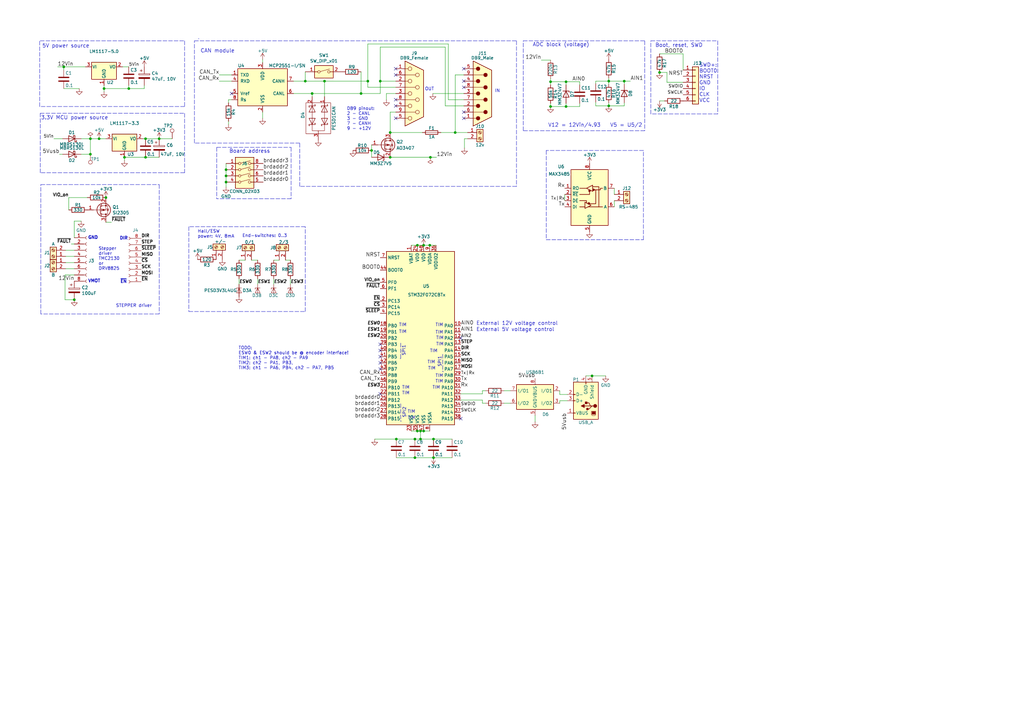
<source format=kicad_sch>
(kicad_sch (version 20231120) (generator "eeschema") (generator_version "8.0")
  (paper "A3")
  (junction (at 186.69 54.356))
  (junction (at 125.222 33.274))
  (junction (at 232.156 33.528))
  (junction (at 256.032 33.274))
  (junction (at 52.832 36.322))
  (junction (at 37.084 63.246))
  (junction (at 160.02 64.516))
  (junction (at 40.64 56.896))
  (junction (at 43.434 81.026))
  (junction (at 225.806 33.528))
  (junction (at 133.096 33.274))
  (junction (at 171.196 176.784))
  (junction (at 150.876 33.274))
  (junction (at 59.69 64.516))
  (junction (at 92.71 74.676))
  (junction (at 148.082 38.354))
  (junction (at 242.824 154.178))
  (junction (at 128.016 38.354))
  (junction (at 232.156 43.688))
  (junction (at 177.8 187.706))
  (junction (at 171.196 100.584))
  (junction (at 249.682 43.434))
  (junction (at 172.466 180.086))
  (junction (at 170.18 187.706))
  (junction (at 270.51 29.718))
  (junction (at 172.466 176.784))
  (junction (at 173.736 100.584))
  (junction (at 92.71 69.596))
  (junction (at 170.18 180.086))
  (junction (at 173.736 176.784))
  (junction (at 176.276 100.584))
  (junction (at 249.682 33.274))
  (junction (at 65.278 56.896))
  (junction (at 155.956 33.274))
  (junction (at 162.56 180.086))
  (junction (at 30.48 122.936))
  (junction (at 160.02 54.356))
  (junction (at 59.69 56.896))
  (junction (at 152.4 61.722))
  (junction (at 37.084 56.896))
  (junction (at 42.672 36.322))
  (junction (at 177.8 180.086))
  (junction (at 26.162 27.432))
  (junction (at 92.71 72.136))
  (junction (at 51.054 64.516))
  (junction (at 225.806 43.688))
  (junction (at 176.53 64.516))
  (no_connect (at -73.914 42.672))
  (no_connect (at 162.306 48.514))
  (no_connect (at -53.594 40.132))
  (no_connect (at 162.306 43.434))
  (no_connect (at -53.594 37.592))
  (no_connect (at 190.246 35.814))
  (no_connect (at 155.956 141.224))
  (no_connect (at 155.956 146.304))
  (no_connect (at -73.914 35.052))
  (no_connect (at 190.246 28.194))
  (no_connect (at 162.306 28.194))
  (no_connect (at 155.956 148.844))
  (no_connect (at 155.956 151.384))
  (no_connect (at 188.976 138.684))
  (no_connect (at 190.246 48.514))
  (no_connect (at 447.04 290.83))
  (no_connect (at -53.594 42.672))
  (no_connect (at -53.594 35.052))
  (no_connect (at 447.04 303.53))
  (no_connect (at 155.956 143.764))
  (no_connect (at 447.04 309.88))
  (no_connect (at 94.996 38.354))
  (no_connect (at -73.914 37.592))
  (no_connect (at -73.914 40.132))
  (no_connect (at 162.306 30.734))
  (no_connect (at 162.306 40.894))
  (no_connect (at 190.246 33.274))
  (no_connect (at 190.246 45.974))
  (no_connect (at 155.956 161.544))
  (no_connect (at 188.976 171.704))
  (no_connect (at 447.04 297.18))
  (wire (pts (xy 182.626 19.304) (xy 182.626 43.434)))
  (polyline (pts (xy 16.764 128.778) (xy 16.764 75.692)) (stroke (width 0) (type dash)))
  (wire (pts (xy 177.546 38.354) (xy 190.246 38.354)))
  (wire (pts (xy 107.696 45.974) (xy 107.696 48.514)))
  (polyline (pts (xy 75.692 16.764) (xy 75.692 43.688)) (stroke (width 0) (type dash)))
  (wire (pts (xy 33.274 63.246) (xy 37.084 63.246)))
  (wire (pts (xy 182.626 43.434) (xy 190.246 43.434)))
  (wire (pts (xy 280.162 28.702) (xy 280.162 22.098)))
  (wire (pts (xy 229.616 161.798) (xy 232.664 161.798)))
  (wire (pts (xy 242.824 154.178) (xy 240.284 154.178)))
  (wire (pts (xy 26.924 107.696) (xy 30.48 107.696)))
  (wire (pts (xy 270.51 22.098) (xy 280.162 22.098)))
  (wire (pts (xy 152.4 59.436) (xy 152.4 61.722)))
  (polyline (pts (xy 77.47 92.964) (xy 77.47 127.762)) (stroke (width 0) (type dash)))
  (wire (pts (xy 105.664 114.3) (xy 105.664 116.586)))
  (polyline (pts (xy 88.9 60.452) (xy 119.38 60.452)) (stroke (width 0) (type dash)))
  (wire (pts (xy 171.196 176.784) (xy 172.466 176.784)))
  (wire (pts (xy 162.306 45.974) (xy 160.02 45.974)))
  (wire (pts (xy 42.672 36.322) (xy 42.672 37.592)))
  (wire (pts (xy 249.682 42.164) (xy 249.682 43.434)))
  (wire (pts (xy 197.866 164.084) (xy 188.976 164.084)))
  (wire (pts (xy 176.276 176.784) (xy 173.736 176.784)))
  (polyline (pts (xy 266.954 46.736) (xy 266.954 16.764)) (stroke (width 0) (type dash)))
  (polyline (pts (xy 264.414 53.594) (xy 214.63 53.594)) (stroke (width 0) (type dash)))
  (wire (pts (xy 172.466 176.784) (xy 173.736 176.784)))
  (wire (pts (xy 155.956 33.274) (xy 155.956 38.354)))
  (wire (pts (xy 176.53 64.516) (xy 179.07 64.516)))
  (wire (pts (xy 172.466 180.086) (xy 177.8 180.086)))
  (wire (pts (xy 177.8 180.086) (xy 185.42 180.086)))
  (wire (pts (xy 170.18 180.086) (xy 172.466 180.086)))
  (wire (pts (xy 249.682 32.004) (xy 249.682 33.274)))
  (wire (pts (xy 45.72 91.186) (xy 43.434 91.186)))
  (wire (pts (xy 225.806 33.528) (xy 225.806 34.798)))
  (wire (pts (xy 26.67 112.776) (xy 26.67 122.936)))
  (wire (pts (xy 160.02 45.974) (xy 160.02 54.356)))
  (wire (pts (xy 251.968 82.296) (xy 251.968 84.836)))
  (wire (pts (xy 186.69 30.734) (xy 186.69 54.356)))
  (wire (pts (xy 249.682 43.434) (xy 244.348 43.434)))
  (wire (pts (xy 232.156 34.798) (xy 232.156 33.528)))
  (wire (pts (xy 171.196 100.584) (xy 173.736 100.584)))
  (wire (pts (xy 225.806 32.258) (xy 225.806 33.528)))
  (wire (pts (xy 150.876 18.034) (xy 150.876 33.274)))
  (wire (pts (xy 158.496 38.354) (xy 158.496 40.894)))
  (wire (pts (xy 128.016 39.624) (xy 128.016 38.354)))
  (polyline (pts (xy 88.9 60.452) (xy 88.9 81.534)) (stroke (width 0) (type dash)))
  (wire (pts (xy 128.016 38.354) (xy 148.082 38.354)))
  (wire (pts (xy 186.69 54.356) (xy 191.77 54.356)))
  (polyline (pts (xy 119.38 81.534) (xy 88.9 81.534)) (stroke (width 0) (type dash)))
  (polyline (pts (xy 16.51 46.482) (xy 75.692 46.482)) (stroke (width 0) (type dash)))
  (wire (pts (xy 29.21 100.076) (xy 30.48 100.076)))
  (wire (pts (xy 125.222 29.464) (xy 125.222 33.274)))
  (wire (pts (xy 231.648 82.296) (xy 231.648 79.756)))
  (wire (pts (xy 30.48 97.536) (xy 30.48 90.678)))
  (wire (pts (xy 119.126 114.3) (xy 119.126 116.586)))
  (wire (pts (xy 183.896 40.894) (xy 183.896 18.034)))
  (polyline (pts (xy 16.51 16.764) (xy 75.692 16.764)) (stroke (width 0) (type dash)))
  (polyline (pts (xy 294.386 46.736) (xy 266.954 46.736)) (stroke (width 0) (type dash)))
  (wire (pts (xy 125.222 33.274) (xy 133.096 33.274)))
  (wire (pts (xy 94.996 30.734) (xy 89.916 30.734)))
  (polyline (pts (xy 164.338 140.716) (xy 164.338 147.066)) (stroke (width 0) (type dash)))
  (wire (pts (xy 65.278 56.896) (xy 70.612 56.896)))
  (polyline (pts (xy 119.38 60.452) (xy 119.38 81.534)) (stroke (width 0) (type dash)))
  (polyline (pts (xy 224.028 61.722) (xy 224.028 98.298)) (stroke (width 0) (type dash)))
  (polyline (pts (xy 122.936 76.454) (xy 122.936 58.674)) (stroke (width 0) (type dash)))
  (wire (pts (xy 188.976 161.544) (xy 197.866 161.544)))
  (wire (pts (xy 58.674 56.896) (xy 59.69 56.896)))
  (wire (pts (xy 92.71 74.676) (xy 92.71 76.708)))
  (polyline (pts (xy 16.51 70.866) (xy 16.51 46.482)) (stroke (width 0) (type dash)))
  (wire (pts (xy 153.67 180.086) (xy 162.56 180.086)))
  (wire (pts (xy 98.044 106.68) (xy 100.584 106.68)))
  (wire (pts (xy 170.18 187.706) (xy 177.8 187.706)))
  (polyline (pts (xy 224.028 98.298) (xy 263.906 98.298)) (stroke (width 0) (type dash)))
  (wire (pts (xy 197.866 160.274) (xy 199.136 160.274)))
  (wire (pts (xy 232.156 43.688) (xy 232.156 42.418)))
  (wire (pts (xy 51.054 64.516) (xy 59.69 64.516)))
  (wire (pts (xy 251.968 77.216) (xy 251.968 79.756)))
  (wire (pts (xy 150.876 33.274) (xy 150.876 35.814)))
  (wire (pts (xy 120.396 33.274) (xy 125.222 33.274)))
  (wire (pts (xy 133.096 33.274) (xy 150.876 33.274)))
  (wire (pts (xy 65.278 56.896) (xy 59.69 56.896)))
  (wire (pts (xy 30.48 122.936) (xy 26.67 122.936)))
  (wire (pts (xy 225.806 33.528) (xy 232.156 33.528)))
  (wire (pts (xy 244.348 33.274) (xy 249.682 33.274)))
  (wire (pts (xy 93.726 42.164) (xy 93.726 40.894)))
  (polyline (pts (xy 181.61 152.4) (xy 181.864 152.4)) (stroke (width 0) (type dash)))
  (wire (pts (xy 22.098 56.896) (xy 25.654 56.896)))
  (wire (pts (xy 26.162 28.702) (xy 26.162 27.432)))
  (wire (pts (xy 25.654 63.246) (xy 24.384 63.246)))
  (wire (pts (xy 30.48 90.678) (xy 33.274 90.678)))
  (wire (pts (xy 112.268 114.3) (xy 112.268 116.586)))
  (wire (pts (xy 225.806 43.688) (xy 232.156 43.688)))
  (wire (pts (xy 30.48 105.156) (xy 26.924 105.156)))
  (wire (pts (xy 273.558 33.782) (xy 273.558 29.718)))
  (wire (pts (xy 229.616 164.338) (xy 232.664 164.338)))
  (wire (pts (xy 133.096 39.624) (xy 133.096 33.274)))
  (wire (pts (xy 229.616 160.274) (xy 229.616 161.798)))
  (wire (pts (xy 59.182 36.322) (xy 59.182 35.052)))
  (wire (pts (xy 229.616 164.338) (xy 229.616 165.354)))
  (wire (pts (xy 26.924 102.616) (xy 30.48 102.616)))
  (wire (pts (xy 221.996 24.638) (xy 225.806 24.638)))
  (wire (pts (xy 148.082 29.464) (xy 148.082 38.354)))
  (polyline (pts (xy 266.954 16.764) (xy 294.386 16.764)) (stroke (width 0) (type dash)))
  (wire (pts (xy 168.656 100.584) (xy 171.196 100.584)))
  (wire (pts (xy 256.032 33.274) (xy 258.572 33.274)))
  (wire (pts (xy 42.672 35.052) (xy 42.672 36.322)))
  (wire (pts (xy 152.4 61.722) (xy 152.4 64.516)))
  (polyline (pts (xy 263.906 98.298) (xy 263.906 61.722)) (stroke (width 0) (type dash)))
  (wire (pts (xy 173.736 100.584) (xy 176.276 100.584)))
  (wire (pts (xy 190.5 56.896) (xy 191.77 56.896)))
  (wire (pts (xy 65.278 64.516) (xy 59.69 64.516)))
  (polyline (pts (xy 79.756 16.764) (xy 211.836 16.764)) (stroke (width 0) (type dash)))
  (wire (pts (xy 92.71 72.136) (xy 92.71 74.676)))
  (wire (pts (xy 190.5 60.706) (xy 190.5 56.896)))
  (polyline (pts (xy 16.764 75.692) (xy 65.278 75.692)) (stroke (width 0) (type dash)))
  (polyline (pts (xy 214.63 16.764) (xy 264.414 16.764)) (stroke (width 0) (type dash)))
  (wire (pts (xy 190.246 40.894) (xy 183.896 40.894)))
  (wire (pts (xy 33.274 56.896) (xy 37.084 56.896)))
  (wire (pts (xy 98.044 114.3) (xy 98.044 116.586)))
  (wire (pts (xy 177.8 187.706) (xy 185.42 187.706)))
  (polyline (pts (xy 122.936 58.674) (xy 79.756 58.674)) (stroke (width 0) (type dash)))
  (wire (pts (xy 107.696 24.384) (xy 107.696 25.654)))
  (wire (pts (xy 52.832 36.322) (xy 59.182 36.322)))
  (wire (pts (xy 51.054 65.786) (xy 51.054 64.516)))
  (wire (pts (xy 26.162 36.322) (xy 32.512 36.322)))
  (wire (pts (xy 155.956 19.304) (xy 182.626 19.304)))
  (wire (pts (xy 256.032 43.434) (xy 256.032 42.164)))
  (wire (pts (xy 273.558 29.718) (xy 270.51 29.718)))
  (wire (pts (xy 209.296 165.354) (xy 206.756 165.354)))
  (wire (pts (xy 52.832 36.322) (xy 52.832 35.052)))
  (wire (pts (xy 120.396 38.354) (xy 128.016 38.354)))
  (polyline (pts (xy 164.338 172.72) (xy 164.592 172.72)) (stroke (width 0) (type dash)))
  (wire (pts (xy 249.682 33.274) (xy 249.682 34.544)))
  (wire (pts (xy 26.162 27.432) (xy 35.052 27.432)))
  (wire (pts (xy 219.456 172.974) (xy 219.456 170.434)))
  (wire (pts (xy 93.726 51.054) (xy 93.726 49.784)))
  (polyline (pts (xy 164.338 147.066) (xy 164.084 147.066)) (stroke (width 0) (type dash)))
  (wire (pts (xy 155.956 19.304) (xy 155.956 33.274)))
  (polyline (pts (xy 264.414 16.764) (xy 264.414 53.594)) (stroke (width 0) (type dash)))
  (wire (pts (xy 93.726 40.894) (xy 94.996 40.894)))
  (wire (pts (xy 30.48 110.236) (xy 26.924 110.236)))
  (polyline (pts (xy 125.222 92.964) (xy 77.47 92.964)) (stroke (width 0) (type dash)))
  (polyline (pts (xy 211.836 16.764) (xy 211.836 76.454)) (stroke (width 0) (type dash)))
  (wire (pts (xy 244.348 34.29) (xy 244.348 33.274)))
  (polyline (pts (xy 294.386 16.764) (xy 294.386 46.736)) (stroke (width 0) (type dash)))
  (wire (pts (xy 183.896 18.034) (xy 150.876 18.034)))
  (wire (pts (xy 42.672 36.322) (xy 52.832 36.322)))
  (wire (pts (xy 28.194 81.026) (xy 35.814 81.026)))
  (wire (pts (xy 103.124 106.68) (xy 105.664 106.68)))
  (polyline (pts (xy 65.278 75.692) (xy 65.278 128.778)) (stroke (width 0) (type dash)))
  (wire (pts (xy 244.348 41.91) (xy 244.348 43.434)))
  (polyline (pts (xy 65.278 128.778) (xy 16.764 128.778)) (stroke (width 0) (type dash)))
  (polyline (pts (xy 211.836 76.454) (xy 122.936 76.454)) (stroke (width 0) (type dash)))
  (wire (pts (xy 50.292 27.432) (xy 52.832 27.432)))
  (polyline (pts (xy 75.692 46.482) (xy 75.692 70.866)) (stroke (width 0) (type dash)))
  (wire (pts (xy 180.848 54.356) (xy 186.69 54.356)))
  (polyline (pts (xy 79.756 58.674) (xy 79.756 16.764)) (stroke (width 0) (type dash)))
  (wire (pts (xy 173.228 54.356) (xy 160.02 54.356)))
  (wire (pts (xy 249.682 33.274) (xy 256.032 33.274)))
  (wire (pts (xy 114.554 106.68) (xy 112.268 106.68)))
  (wire (pts (xy 37.084 63.246) (xy 37.084 56.896)))
  (wire (pts (xy 160.02 64.516) (xy 176.53 64.516)))
  (wire (pts (xy 172.466 176.784) (xy 172.466 180.086)))
  (wire (pts (xy 206.756 160.274) (xy 209.296 160.274)))
  (polyline (pts (xy 75.692 70.866) (xy 16.51 70.866)) (stroke (width 0) (type dash)))
  (wire (pts (xy 117.094 106.68) (xy 119.126 106.68)))
  (wire (pts (xy 162.306 38.354) (xy 158.496 38.354)))
  (wire (pts (xy 197.866 165.354) (xy 197.866 164.084)))
  (wire (pts (xy 232.156 43.688) (xy 237.744 43.688)))
  (wire (pts (xy 237.744 43.688) (xy 237.744 42.418)))
  (wire (pts (xy 280.162 33.782) (xy 273.558 33.782)))
  (wire (pts (xy 225.806 42.418) (xy 225.806 43.688)))
  (polyline (pts (xy 81.534 15.748) (xy 81.534 16.002)) (stroke (width 0) (type dash)))
  (polyline (pts (xy 181.61 145.288) (xy 181.61 152.4)) (stroke (width 0) (type dash)))
  (polyline (pts (xy 214.63 53.594) (xy 214.63 16.764)) (stroke (width 0) (type dash)))
  (wire (pts (xy 256.032 34.544) (xy 256.032 33.274)))
  (polyline (pts (xy 125.222 127.762) (xy 125.222 92.964)) (stroke (width 0) (type dash)))
  (wire (pts (xy 248.412 154.178) (xy 242.824 154.178)))
  (wire (pts (xy 270.51 41.402) (xy 272.542 41.402)))
  (wire (pts (xy 162.56 187.706) (xy 170.18 187.706)))
  (wire (pts (xy 186.69 30.734) (xy 190.246 30.734)))
  (wire (pts (xy 232.156 33.528) (xy 237.744 33.528)))
  (wire (pts (xy 197.866 161.544) (xy 197.866 160.274)))
  (polyline (pts (xy 16.256 43.688) (xy 16.256 16.764)) (stroke (width 0) (type dash)))
  (wire (pts (xy 150.876 35.814) (xy 162.306 35.814)))
  (wire (pts (xy 37.084 56.896) (xy 40.64 56.896)))
  (wire (pts (xy 176.276 100.584) (xy 178.816 100.584)))
  (wire (pts (xy 92.71 69.596) (xy 92.71 72.136)))
  (wire (pts (xy 249.682 43.434) (xy 256.032 43.434)))
  (wire (pts (xy 237.744 34.798) (xy 237.744 33.528)))
  (wire (pts (xy 199.136 165.354) (xy 197.866 165.354)))
  (polyline (pts (xy 164.338 165.608) (xy 164.338 172.72)) (stroke (width 0) (type dash)))
  (wire (pts (xy 30.48 112.776) (xy 26.67 112.776)))
  (wire (pts (xy 155.956 33.274) (xy 162.306 33.274)))
  (wire (pts (xy 168.656 176.784) (xy 171.196 176.784)))
  (wire (pts (xy 23.622 27.432) (xy 26.162 27.432)))
  (wire (pts (xy 162.56 180.086) (xy 170.18 180.086)))
  (wire (pts (xy 94.996 33.274) (xy 89.916 33.274)))
  (wire (pts (xy 92.71 67.056) (xy 92.71 69.596)))
  (wire (pts (xy 28.194 86.106) (xy 28.194 81.026)))
  (polyline (pts (xy 75.692 43.688) (xy 16.256 43.688)) (stroke (width 0) (type dash)))
  (polyline (pts (xy 263.906 61.722) (xy 224.028 61.722)) (stroke (width 0) (type dash)))
  (wire (pts (xy 40.64 56.896) (xy 43.434 56.896)))
  (wire (pts (xy 148.082 38.354) (xy 155.956 38.354)))
  (polyline (pts (xy 77.47 127.762) (xy 125.222 127.762)) (stroke (width 0) (type dash)))
  (text "TIM" (at 178.816 139.446 0) (effects (font (size 1.27 1.27)) (justify left bottom)))
  (text "TIM" (at 178.562 157.226 0) (effects (font (size 1.27 1.27)) (justify left bottom)))
  (text "TIM" (at 175.26 149.352 0) (effects (font (size 1.27 1.27)) (justify left bottom)))
  (text "Hall/ESW\npower: 4V, 8mA" (at 81.026 97.79 0) (effects (font (size 1.27 1.27)) (justify left bottom)))
  (text "CAN module" (at 96.266 21.844 0) (effects (font (size 1.524 1.524)) (justify right bottom)))
  (text "TIM" (at 178.562 137.16 0) (effects (font (size 1.27 1.27)) (justify left bottom)))
  (text "End-switches: 0..3" (at 99.314 97.536 0) (effects (font (size 1.27 1.27)) (justify left bottom)))
  (text "IN" (at 202.946 38.1 0) (effects (font (size 1.27 1.27)) (justify left bottom)))
  (text "TIM" (at 177.292 159.766 0) (effects (font (size 1.27 1.27)) (justify left bottom)))
  (text "5V power source" (at 17.272 19.812 0) (effects (font (size 1.524 1.524)) (justify left bottom)))
  (text "TIM" (at 167.132 172.212 0) (effects (font (size 1.27 1.27)) (justify left bottom)))
  (text "Need isolated DC-DC" (at -73.66 47.244 0) (effects (font (size 1.27 1.27)) (justify left bottom)))
  (text "OUT" (at 174.244 37.338 0) (effects (font (size 1.27 1.27)) (justify left bottom)))
  (text "TIM" (at 175.514 151.892 0) (effects (font (size 1.27 1.27)) (justify left bottom)))
  (text "GND" (at 36.068 98.298 0) (effects (font (size 1.27 1.27) (thickness 0.254) (bold yes)) (justify left bottom)))
  (text "External 5V voltage control" (at 195.326 136.144 0) (effects (font (size 1.524 1.524)) (justify left bottom)))
  (text "TIM" (at 163.576 134.112 0) (effects (font (size 1.27 1.27)) (justify left bottom)))
  (text "Boot, reset, SWD" (at 268.732 19.558 0) (effects (font (size 1.524 1.524)) (justify left bottom)))
  (text "SPI2" (at 166.624 171.45 90) (effects (font (size 1.27 1.27)) (justify left bottom)))
  (text "TIM" (at 167.132 169.672 0) (effects (font (size 1.27 1.27)) (justify left bottom)))
  (text "TIM" (at 178.816 141.986 0) (effects (font (size 1.27 1.27)) (justify left bottom)))
  (text "TIM" (at 164.846 159.766 0) (effects (font (size 1.27 1.27)) (justify left bottom)))
  (text "Board address" (at 93.98 62.992 0) (effects (font (size 1.524 1.524)) (justify left bottom)))
  (text "TIM" (at 176.276 144.78 0) (effects (font (size 1.27 1.27)) (justify left bottom)))
  (text "Stepper\ndriver\nTMC2130\nor\nDRV8825" (at 40.386 110.998 0) (effects (font (size 1.27 1.27)) (justify left bottom)))
  (text "ADC block (voltage)" (at 218.44 19.304 0) (effects (font (size 1.524 1.524)) (justify left bottom)))
  (text "DIR" (at 49.022 98.552 0) (effects (font (size 1.27 1.27) (thickness 0.254) (bold yes)) (justify left bottom)))
  (text "TIM" (at 163.576 136.906 0) (effects (font (size 1.27 1.27)) (justify left bottom)))
  (text "SPI1" (at 166.37 146.05 90) (effects (font (size 1.27 1.27)) (justify left bottom)))
  (text "~{EN}" (at 49.276 116.332 0) (effects (font (size 1.27 1.27) (thickness 0.254) (bold yes)) (justify left bottom)))
  (text "STEPPER driver" (at 47.498 126.238 0) (effects (font (size 1.27 1.27)) (justify left bottom)))
  (text "V12 = 12Vin/4.93" (at 224.79 52.324 0) (effects (font (size 1.524 1.524)) (justify left bottom)))
  (text "TIM" (at 178.562 134.112 0) (effects (font (size 1.27 1.27)) (justify left bottom)))
  (text "DB9 pinout:\n2 - CANL\n3 - GND\n7 - CANH\n9 - +12V" (at 142.24 53.594 0) (effects (font (size 1.27 1.27)) (justify left bottom)))
  (text "TODO:\nESW0 & ESW2 should be @ encoder interface!\nTIM1: ch1 - PA8, ch2 - PA9\nTIM2: ch2 - PA1, PB3, \nTIM3: ch1 - PA6, PB4, ch2 - PA7, PB5" (at 97.79 151.765 0) (effects (font (size 1.27 1.27)) (justify left bottom)))
  (text "External 12V voltage control" (at 195.326 133.604 0) (effects (font (size 1.524 1.524)) (justify left bottom)))
  (text "V5 = U5/2" (at 250.19 52.324 0) (effects (font (size 1.524 1.524)) (justify left bottom)))
  (text "TIM" (at 178.562 154.94 0) (effects (font (size 1.27 1.27)) (justify left bottom)))
  (text "TIM" (at 164.846 162.052 0) (effects (font (size 1.27 1.27)) (justify left bottom)))
  (text "SPI1" (at 181.102 150.622 90) (effects (font (size 1.27 1.27)) (justify left bottom)))
  (text "3.3V MCU power source" (at 16.764 49.276 0) (effects (font (size 1.524 1.524)) (justify left bottom)))
  (text "SWD+:\nBOOT0\nNRST\nGND\nIO\nCLK\nVCC" (at 286.766 42.164 0) (effects (font (size 1.4986 1.4986)) (justify left bottom)))
  (text "VMOT" (at 36.068 116.078 0) (effects (font (size 1.27 1.27) (thickness 0.254) (bold yes)) (justify left bottom)))
  (label "BOOT0" (at 155.956 110.744 180) (effects (font (size 1.524 1.524))))
  (label "brdaddr1" (at 107.95 72.136 0) (effects (font (size 1.524 1.524))))
  (label "DIR" (at 188.976 143.764 0) (effects (font (thickness 0.254) (bold yes))))
  (label "brdaddr3" (at 155.956 171.704 180) (effects (font (size 1.524 1.524))))
  (label "VIO_on" (at 155.956 115.824 180) (effects (font (thickness 0.254) (bold yes))))
  (label "brdaddr3" (at 107.95 67.056 0) (effects (font (size 1.524 1.524))))
  (label "DIR" (at 57.912 97.79 0) (effects (font (thickness 0.254) (bold yes))))
  (label "CAN_Rx" (at 89.916 33.274 180) (effects (font (size 1.524 1.524))))
  (label "AIN2" (at 188.976 138.684 0))
  (label "STEP" (at 188.976 141.224 0) (effects (font (thickness 0.254) (bold yes))))
  (label "MOSI" (at 57.912 113.03 0) (effects (font (thickness 0.254) (bold yes))))
  (label "AIN1" (at 188.976 136.144 0) (effects (font (size 1.524 1.524))))
  (label "MOSI" (at 188.976 151.384 0) (effects (font (thickness 0.254) (bold yes))))
  (label "ESW0" (at 98.044 116.586 0) (effects (font (thickness 0.254) (bold yes) (italic yes))))
  (label "ESW1" (at 105.664 116.586 0) (effects (font (thickness 0.254) (bold yes) (italic yes))))
  (label "~{FAULT}" (at 155.956 118.364 180) (effects (font (thickness 0.254) (bold yes))))
  (label "12Vin" (at 30.48 115.316 180) (effects (font (size 1.524 1.524))))
  (label "5Vusb" (at 232.664 169.418 270) (effects (font (size 1.524 1.524))))
  (label "SCK" (at 57.912 110.49 0) (effects (font (thickness 0.254) (bold yes))))
  (label "brdaddr0" (at 107.95 74.676 0) (effects (font (size 1.524 1.524))))
  (label "~{EN}" (at 155.956 123.444 180) (effects (font (thickness 0.254) (bold yes))))
  (label "ESW3" (at 119.126 116.586 0) (effects (font (thickness 0.254) (bold yes) (italic yes))))
  (label "12Vin" (at 23.622 27.432 0) (effects (font (size 1.524 1.524))))
  (label "AIN0" (at 234.696 33.528 0) (effects (font (size 1.524 1.524))))
  (label "SWDIO" (at 188.976 166.624 0))
  (label "Rx" (at 231.648 77.216 180) (effects (font (size 1.524 1.524))))
  (label "SWCLK" (at 280.162 38.862 180))
  (label "Tx|Rx" (at 188.976 153.924 0))
  (label "12Vin" (at 221.996 24.638 180) (effects (font (size 1.524 1.524))))
  (label "ESW2" (at 112.268 116.586 0) (effects (font (thickness 0.254) (bold yes) (italic yes))))
  (label "STEP" (at 57.912 100.33 0) (effects (font (thickness 0.254) (bold yes))))
  (label "~{FAULT}" (at 29.21 100.076 180) (effects (font (thickness 0.254) (bold yes))))
  (label "~{SLEEP}" (at 155.956 128.524 180) (effects (font (thickness 0.254) (bold yes))))
  (label "CAN_Tx" (at 89.916 30.734 180) (effects (font (size 1.524 1.524))))
  (label "5Vin" (at 22.098 56.896 180))
  (label "brdaddr1" (at 155.956 166.624 180) (effects (font (size 1.524 1.524))))
  (label "AIN1" (at 258.572 33.274 0) (effects (font (size 1.524 1.524))))
  (label "ESW3" (at 155.956 159.004 180) (effects (font (thickness 0.254) (bold yes) (italic yes))))
  (label "SWDIO" (at 280.162 36.322 180))
  (label "brdaddr2" (at 107.95 69.596 0) (effects (font (size 1.524 1.524))))
  (label "SCK" (at 188.976 146.304 0) (effects (font (thickness 0.254) (bold yes))))
  (label "Rx" (at 188.976 159.004 0) (effects (font (size 1.524 1.524))))
  (label "brdaddr2" (at 155.956 169.164 180) (effects (font (size 1.524 1.524))))
  (label "CAN_Tx" (at 155.956 156.464 180) (effects (font (size 1.524 1.524))))
  (label "AIN0" (at 188.976 133.604 0) (effects (font (size 1.524 1.524))))
  (label "~{FAULT}" (at 45.72 91.186 0) (effects (font (thickness 0.254) (bold yes))))
  (label "Tx" (at 188.976 156.464 0) (effects (font (size 1.524 1.524))))
  (label "NRST" (at 280.162 31.242 180) (effects (font (size 1.524 1.524))))
  (label "MISO" (at 57.912 105.41 0) (effects (font (thickness 0.254) (bold yes))))
  (label "12Vin" (at 179.07 64.516 0) (effects (font (size 1.524 1.524))))
  (label "5Vin" (at 52.832 27.432 0))
  (label "5Vusb" (at 219.456 155.194 180) (effects (font (size 1.524 1.524))))
  (label "BOOT0" (at 280.162 22.098 180) (effects (font (size 1.524 1.524))))
  (label "SWCLK" (at 188.976 169.164 0))
  (label "Tx" (at 231.648 84.836 180) (effects (font (size 1.524 1.524))))
  (label "Tx|Rx" (at 231.648 82.296 180))
  (label "VIO_on" (at 28.194 81.026 180) (effects (font (thickness 0.254) (bold yes))))
  (label "5Vusb" (at 24.384 63.246 180) (effects (font (size 1.524 1.524))))
  (label "NRST" (at 155.956 105.664 180) (effects (font (size 1.524 1.524))))
  (label "ESW2" (at 155.956 138.684 180) (effects (font (thickness 0.254) (bold yes) (italic yes))))
  (label "~{CS}" (at 57.912 107.95 0) (effects (font (thickness 0.254) (bold yes))))
  (label "MISO" (at 188.976 148.844 0) (effects (font (thickness 0.254) (bold yes))))
  (label "brdaddr0" (at 155.956 164.084 180) (effects (font (size 1.524 1.524))))
  (label "ESW0" (at 155.956 133.604 180) (effects (font (thickness 0.254) (bold yes) (italic yes))))
  (label "~{CS}" (at 155.956 125.984 180) (effects (font (thickness 0.254) (bold yes))))
  (label "~{EN}" (at 57.912 115.57 0) (effects (font (thickness 0.254) (bold yes))))
  (label "ESW1" (at 155.956 136.144 180) (effects (font (thickness 0.254) (bold yes) (italic yes))))
  (label "CAN_Rx" (at 155.956 153.924 180) (effects (font (size 1.524 1.524))))
  (label "~{SLEEP}" (at 57.912 102.87 0) (effects (font (thickness 0.254) (bold yes))))
  (symbol (lib_id "Device:C") (at 162.56 183.896 0) (unit 1)
    (property "Reference" "C7" (at 163.195 181.356 0) (effects (justify left)))
    (property "Value" "0.1" (at 163.195 186.436 0) (effects (justify left)))
    (property "Footprint" "Capacitor_SMD:C_0603_1608Metric_Pad1.05x0.95mm_HandSolder" (effects (hide yes)))
  )
  (symbol (lib_id "stm32-rescue:LM1117-3.3-Regulator_Linear") (at 51.054 56.896 0) (unit 1)
    (property "Reference" "U3" (at 53.594 63.246 0))
    (property "Value" "LM1117-3.3" (at 51.054 50.546 0))
    (property "Footprint" "TO_SOT_Packages_SMD:SOT-223-3_TabPin2" (effects (hide yes)))
  )
  (symbol (lib_id "stm32-rescue:MCP2551-I-SN-Interface_CAN_LIN") (at 107.696 35.814 0) (unit 1)
    (property "Reference" "U4" (at 97.536 26.924 0) (effects (justify left)))
    (property "Value" "MCP2551-I/SN" (at 110.236 26.924 0) (effects (justify left)))
    (property "Footprint" "Package_SO:SOIC-8_3.9x4.9mm_P1.27mm" (effects (hide yes)))
  )
  (symbol (lib_id "stm32-rescue:USB_B-Connector") (at 240.284 164.338 180) (unit 1)
    (property "Reference" "P1" (at 236.22 155.702 0))
    (property "Value" "USB_A" (at 240.284 173.228 0))
    (property "Footprint" "Connectors_USB:USB_B_OST_USB-B1HSxx_Horizontal" (effects (hide yes)))
  )
  (symbol (lib_id "stm32-rescue:GND-power") (at 32.512 36.322 0) (unit 1)
    (property "Reference" "#PWR03" (effects (hide yes)))
    (property "Value" "GND" (effects (hide yes)))
  )
  (symbol (lib_id "stm32-rescue:GND-power") (at 51.054 65.786 0) (unit 1)
    (property "Reference" "#PWR07" (effects (hide yes)))
    (property "Value" "GND" (effects (hide yes)))
  )
  (symbol (lib_id "stm32-rescue:+3.3V-power") (at 65.278 56.896 0) (unit 1)
    (property "Reference" "#PWR08" (effects (hide yes)))
    (property "Value" "+3V3" (at 65.278 53.34 0))
  )
  (symbol (lib_id "elements:PESD1CAN") (at 133.096 47.244 270) (unit 1)
    (property "Reference" "D4" (at 124.206 47.244 0))
    (property "Value" "PESD1CAN" (at 136.906 48.514 0))
    (property "Footprint" "TO_SOT_Packages_SMD:SOT-23_Handsoldering" (effects (hide yes)))
  )
  (symbol (lib_id "stm32-rescue:GND-power") (at 130.556 57.404 0) (unit 1)
    (property "Reference" "#PWR017" (effects (hide yes)))
    (property "Value" "GND" (effects (hide yes)))
  )
  (symbol (lib_id "stm32-rescue:+5V-power") (at 107.696 24.384 0) (unit 1)
    (property "Reference" "#PWR015" (effects (hide yes)))
    (property "Value" "+5V" (at 107.696 20.828 0))
  )
  (symbol (lib_id "Device:R") (at 93.726 45.974 0) (unit 1)
    (property "Reference" "R4" (at 95.758 45.974 90))
    (property "Value" "15k" (at 93.726 45.974 90))
    (property "Footprint" "Resistor_SMD:R_0603_1608Metric_Pad1.05x0.95mm_HandSolder" (effects (hide yes)))
  )
  (symbol (lib_id "stm32-rescue:GND-power") (at 107.696 48.514 0) (unit 1)
    (property "Reference" "#PWR016" (effects (hide yes)))
    (property "Value" "GND" (effects (hide yes)))
  )
  (symbol (lib_id "stm32-rescue:GND-power") (at 93.726 51.054 0) (unit 1)
    (property "Reference" "#PWR013" (effects (hide yes)))
    (property "Value" "GND" (effects (hide yes)))
  )
  (symbol (lib_id "Device:R") (at 144.272 29.464 90) (unit 1)
    (property "Reference" "R9" (at 144.272 27.432 90))
    (property "Value" "120" (at 144.272 29.464 90))
    (property "Footprint" "Resistor_SMD:R_0603_1608Metric_Pad1.05x0.95mm_HandSolder" (effects (hide yes)))
  )
  (symbol (lib_id "Device:C") (at 170.18 183.896 0) (unit 1)
    (property "Reference" "C8" (at 170.815 181.356 0) (effects (justify left)))
    (property "Value" "0.1" (at 170.815 186.436 0) (effects (justify left)))
    (property "Footprint" "Capacitor_SMD:C_0603_1608Metric_Pad1.05x0.95mm_HandSolder" (effects (hide yes)))
  )
  (symbol (lib_id "Device:C") (at 177.8 183.896 0) (unit 1)
    (property "Reference" "C9" (at 178.435 181.356 0) (effects (justify left)))
    (property "Value" "0.1" (at 178.435 186.436 0) (effects (justify left)))
    (property "Footprint" "Capacitor_SMD:C_0603_1608Metric_Pad1.05x0.95mm_HandSolder" (effects (hide yes)))
  )
  (symbol (lib_id "stm32-rescue:USB6B1-Power_Protection") (at 219.456 162.814 0) (mirror y) (unit 1)
    (property "Reference" "D6" (at 223.774 169.926 0))
    (property "Value" "USB6B1" (at 219.456 152.654 0))
    (property "Footprint" "Package_SO:SOIC-8_3.9x4.9mm_P1.27mm" (effects (hide yes)))
  )
  (symbol (lib_id "stm32-rescue:GND-power") (at 270.51 29.718 0) (unit 1)
    (property "Reference" "#PWR032" (effects (hide yes)))
    (property "Value" "GND" (effects (hide yes)))
  )
  (symbol (lib_id "stm32-rescue:+3.3V-power") (at 177.8 187.706 180) (unit 1)
    (property "Reference" "#PWR023" (effects (hide yes)))
    (property "Value" "+3V3" (at 177.8 191.262 0))
  )
  (symbol (lib_id "stm32-rescue:GND-power") (at 153.67 180.086 0) (unit 1)
    (property "Reference" "#PWR019" (effects (hide yes)))
    (property "Value" "GND" (effects (hide yes)))
  )
  (symbol (lib_id "Device:R") (at 225.806 28.448 0) (unit 1)
    (property "Reference" "R13" (at 227.838 28.448 90))
    (property "Value" "220k" (at 225.806 28.448 90))
    (property "Footprint" "Resistor_SMD:R_0603_1608Metric_Pad1.05x0.95mm_HandSolder" (effects (hide yes)))
  )
  (symbol (lib_id "Device:R") (at 225.806 38.608 0) (unit 1)
    (property "Reference" "R14" (at 227.838 38.608 90))
    (property "Value" "56k" (at 225.806 38.608 90))
    (property "Footprint" "Resistor_SMD:R_0603_1608Metric_Pad1.05x0.95mm_HandSolder" (effects (hide yes)))
  )
  (symbol (lib_id "Device:R") (at 249.682 28.194 0) (unit 1)
    (property "Reference" "R15" (at 251.714 28.194 90))
    (property "Value" "47k" (at 249.682 28.194 90))
    (property "Footprint" "Resistor_SMD:R_0603_1608Metric_Pad1.05x0.95mm_HandSolder" (effects (hide yes)))
  )
  (symbol (lib_id "Device:R") (at 249.682 38.354 0) (unit 1)
    (property "Reference" "R16" (at 251.714 38.354 90))
    (property "Value" "47k" (at 249.682 38.354 90))
    (property "Footprint" "Resistor_SMD:R_0603_1608Metric_Pad1.05x0.95mm_HandSolder" (effects (hide yes)))
  )
  (symbol (lib_id "stm32-rescue:GND-power") (at 219.456 172.974 0) (unit 1)
    (property "Reference" "#PWR025" (effects (hide yes)))
    (property "Value" "GND" (effects (hide yes)))
  )
  (symbol (lib_id "stm32-rescue:GND-power") (at 225.806 43.688 0) (unit 1)
    (property "Reference" "#PWR026" (effects (hide yes)))
    (property "Value" "GND" (effects (hide yes)))
  )
  (symbol (lib_id "stm32-rescue:GND-power") (at 249.682 43.434 0) (unit 1)
    (property "Reference" "#PWR031" (effects (hide yes)))
    (property "Value" "GND" (effects (hide yes)))
  )
  (symbol (lib_id "Device:C") (at 185.42 183.896 0) (unit 1)
    (property "Reference" "C10" (at 186.055 181.356 0) (effects (justify left)))
    (property "Value" "0.1" (at 186.055 186.436 0) (effects (justify left)))
    (property "Footprint" "Capacitor_SMD:C_0603_1608Metric_Pad1.05x0.95mm_HandSolder" (effects (hide yes)))
  )
  (symbol (lib_id "stm32-rescue:PWR_FLAG-power") (at 176.53 64.516 180) (unit 1)
    (property "Reference" "#FLG01" (effects (hide yes)))
    (property "Value" "PWR_FLAG" (effects (hide yes)))
  )
  (symbol (lib_id "stm32-rescue:GND-power") (at 248.412 154.178 0) (unit 1)
    (property "Reference" "#PWR029" (effects (hide yes)))
    (property "Value" "GND" (at 248.412 157.988 0))
  )
  (symbol (lib_id "Device:R") (at 270.51 25.908 0) (unit 1)
    (property "Reference" "R17" (at 272.542 25.908 90))
    (property "Value" "47k" (at 270.51 25.908 90))
    (property "Footprint" "Resistor_SMD:R_0603_1608Metric_Pad1.05x0.95mm_HandSolder" (effects (hide yes)))
  )
  (symbol (lib_id "Device:Q_PMOS_GSD") (at 157.48 59.436 0) (unit 1)
    (property "Reference" "Q2" (at 162.56 58.166 0) (effects (justify left)))
    (property "Value" "AO3407" (at 162.56 60.706 0) (effects (justify left)))
    (property "Footprint" "TO_SOT_Packages_SMD:SOT-23_Handsoldering" (effects (hide yes)))
  )
  (symbol (lib_id "stm32-rescue:Conn_01x01-Connector_Generic") (at 452.12 290.83 0) (unit 1)
    (property "Reference" "P2" (at 452.12 288.29 0))
    (property "Value" "Hole" (at 454.66 290.83 90))
    (property "Footprint" "MountingHole:MountingHole_3.2mm_M3" (effects (hide yes)))
  )
  (symbol (lib_id "stm32-rescue:Conn_01x01-Connector_Generic") (at 452.12 297.18 0) (unit 1)
    (property "Reference" "P3" (at 452.12 294.64 0))
    (property "Value" "Hole" (at 454.66 297.18 90))
    (property "Footprint" "MountingHole:MountingHole_3.2mm_M3" (effects (hide yes)))
  )
  (symbol (lib_id "stm32-rescue:Conn_01x01-Connector_Generic") (at 452.12 303.53 0) (unit 1)
    (property "Reference" "P4" (at 452.12 300.99 0))
    (property "Value" "Hole" (at 454.66 303.53 90))
    (property "Footprint" "MountingHole:MountingHole_3.2mm_M3" (effects (hide yes)))
  )
  (symbol (lib_id "stm32-rescue:Conn_01x01-Connector_Generic") (at 452.12 309.88 0) (unit 1)
    (property "Reference" "P5" (at 452.12 307.34 0))
    (property "Value" "Hole" (at 454.66 309.88 90))
    (property "Footprint" "MountingHole:MountingHole_3.2mm_M3" (effects (hide yes)))
  )
  (symbol (lib_id "Device:C") (at 26.162 32.512 0) (unit 1)
    (property "Reference" "C1" (at 26.797 29.972 0) (effects (justify left)))
    (property "Value" "0.1" (at 26.797 35.052 0) (effects (justify left)))
    (property "Footprint" "Capacitor_SMD:C_0603_1608Metric_Pad1.05x0.95mm_HandSolder" (effects (hide yes)))
  )
  (symbol (lib_id "Device:D_Zener") (at 232.156 38.608 270) (unit 1)
    (property "Reference" "D7" (at 234.696 38.608 0))
    (property "Value" "MM3Z4V7" (at 229.616 38.608 0))
    (property "Footprint" "Diode_SMD:D_0805_2012Metric_Pad1.15x1.40mm_HandSolder" (effects (hide yes)))
  )
  (symbol (lib_id "Device:R") (at 202.946 160.274 270) (unit 1)
    (property "Reference" "R11" (at 202.946 162.306 90))
    (property "Value" "22" (at 202.946 160.274 90))
    (property "Footprint" "Resistor_SMD:R_0603_1608Metric_Pad1.05x0.95mm_HandSolder" (effects (hide yes)))
  )
  (symbol (lib_id "Device:R") (at 202.946 165.354 270) (unit 1)
    (property "Reference" "R12" (at 202.946 167.386 90))
    (property "Value" "22" (at 202.946 165.354 90))
    (property "Footprint" "Resistor_SMD:R_0603_1608Metric_Pad1.05x0.95mm_HandSolder" (effects (hide yes)))
  )
  (symbol (lib_id "stm32-rescue:SW_DIP_x04-Switch") (at 100.33 72.136 0) (unit 1)
    (property "Reference" "J6" (at 100.33 67.056 0))
    (property "Value" "CONN_02X03" (at 100.33 78.486 0))
    (property "Footprint" "Button_Switch_THT:SW_DIP_SPSTx04_Slide_9.78x12.34mm_W7.62mm_P2.54mm" (effects (hide yes)))
  )
  (symbol (lib_id "stm32-rescue:GND-power") (at 92.71 76.708 0) (unit 1)
    (property "Reference" "#PWR012" (effects (hide yes)))
    (property "Value" "GND" (at 92.71 80.518 0))
  )
  (symbol (lib_id "Device:D_Schottky") (at 29.464 63.246 180) (unit 1)
    (property "Reference" "D2" (at 29.464 65.786 0))
    (property "Value" "MBRS130L" (at 29.464 60.706 0))
    (property "Footprint" "Diode_SMD:D_SMB_Handsoldering" (effects (hide yes)))
  )
  (symbol (lib_id "stm32-rescue:LM1117-3.3-Regulator_Linear") (at 42.672 27.432 0) (unit 1)
    (property "Reference" "U2" (at 45.212 33.782 0))
    (property "Value" "LM1117-5.0" (at 42.672 21.082 0))
    (property "Footprint" "TO_SOT_Packages_SMD:SOT-223-3_TabPin2" (effects (hide yes)))
  )
  (symbol (lib_id "stm32-rescue:GND-power") (at 42.672 37.592 0) (unit 1)
    (property "Reference" "#PWR05" (effects (hide yes)))
    (property "Value" "GND" (effects (hide yes)))
  )
  (symbol (lib_id "Device:C") (at 52.832 31.242 0) (unit 1)
    (property "Reference" "C3" (at 53.467 28.702 0) (effects (justify left)))
    (property "Value" "0.1" (at 53.467 33.782 0) (effects (justify left)))
    (property "Footprint" "Capacitor_SMD:C_0603_1608Metric_Pad1.05x0.95mm_HandSolder" (effects (hide yes)))
  )
  (symbol (lib_id "stm32-rescue:+5V-power") (at 59.182 27.432 0) (unit 1)
    (property "Reference" "#PWR09" (effects (hide yes)))
    (property "Value" "+5V" (at 59.182 23.876 0))
  )
  (symbol (lib_id "stm32-rescue:DB9_Female-Connector") (at 169.926 38.354 0) (unit 1)
    (property "Reference" "J9" (at 169.926 21.844 0))
    (property "Value" "DB9_Female" (at 169.926 23.749 0))
    (property "Footprint" "Connector_Dsub:DSUB-9_Female_Horizontal_P2.77x2.84mm_EdgePinOffset4.94mm_Housed_MountingHolesOffset7.48mm" (effects (hide yes)))
  )
  (symbol (lib_id "stm32-rescue:DB9_Male-Connector") (at 197.866 38.354 0) (unit 1)
    (property "Reference" "J11" (at 197.866 21.844 0))
    (property "Value" "DB9_Male" (at 197.866 23.749 0))
    (property "Footprint" "Connector_Dsub:DSUB-9_Male_Horizontal_P2.77x2.84mm_EdgePinOffset4.94mm_Housed_MountingHolesOffset7.48mm" (effects (hide yes)))
  )
  (symbol (lib_id "stm32-rescue:GND-power") (at 158.496 40.894 0) (unit 1)
    (property "Reference" "#PWR020" (effects (hide yes)))
    (property "Value" "GND" (effects (hide yes)))
  )
  (symbol (lib_id "stm32-rescue:GND-power") (at 177.546 38.354 0) (unit 1)
    (property "Reference" "#PWR022" (effects (hide yes)))
    (property "Value" "GND" (effects (hide yes)))
  )
  (symbol (lib_id "stm32-rescue:GND-power") (at 144.78 61.722 0) (unit 1)
    (property "Reference" "#PWR018" (effects (hide yes)))
    (property "Value" "GND" (effects (hide yes)))
  )
  (symbol (lib_id "stm32-rescue:Screw_Terminal_01x02-Connector") (at 196.85 54.356 0) (unit 1)
    (property "Reference" "J10" (at 196.85 51.816 0))
    (property "Value" "12v" (at 196.85 59.436 0))
    (property "Footprint" "TerminalBlock_Phoenix:TerminalBlock_Phoenix_MKDS-1,5-2_1x02_P5.00mm_Horizontal" (effects (hide yes)))
  )
  (symbol (lib_id "stm32-rescue:GND-power") (at 190.5 60.706 0) (unit 1)
    (property "Reference" "#PWR024" (effects (hide yes)))
    (property "Value" "GND" (effects (hide yes)))
  )
  (symbol (lib_id "stm32-rescue:ISO1050DUB-Interface_CAN_LIN") (at -63.754 37.592 0) (unit 1)
    (property "Reference" "U1" (at -63.754 28.2702 0))
    (property "Value" "ISO1050DUB" (at -63.754 30.5816 0))
    (property "Footprint" "Package_SO:SOP-8_6.62x9.15mm_P2.54mm" (effects (hide yes)))
    (property "Datasheet" "http://www.ti.com/lit/ds/symlink/iso1050.pdf" (effects (hide yes)))
  )
  (symbol (lib_id "Device:C") (at 244.348 38.1 0) (unit 1)
    (property "Reference" "C12" (at 244.983 35.56 0) (effects (justify left)))
    (property "Value" "0.1" (at 244.983 40.64 0) (effects (justify left)))
    (property "Footprint" "Capacitor_SMD:C_0603_1608Metric_Pad1.05x0.95mm_HandSolder" (effects (hide yes)))
  )
  (symbol (lib_id "Device:C") (at 237.744 38.608 0) (unit 1)
    (property "Reference" "C11" (at 238.379 36.068 0) (effects (justify left)))
    (property "Value" "0.1" (at 238.379 41.148 0) (effects (justify left)))
    (property "Footprint" "Capacitor_SMD:C_0603_1608Metric_Pad1.05x0.95mm_HandSolder" (effects (hide yes)))
  )
  (symbol (lib_id "stm32-rescue:+3.3V-power") (at 173.736 100.584 0) (unit 1)
    (property "Reference" "#PWR021" (effects (hide yes)))
    (property "Value" "+3V3" (at 173.736 97.028 0))
  )
  (symbol (lib_id "stm32-rescue:+5V-power") (at 249.682 24.384 0) (unit 1)
    (property "Reference" "#PWR0101" (effects (hide yes)))
    (property "Value" "+5V" (at 249.682 20.828 0))
  )
  (symbol (lib_id "stm32-rescue:TestPoint-Connector") (at 37.084 63.246 180) (unit 1)
    (property "Reference" "TP1" (at 40.894 65.278 0) (effects (justify left)))
    (property "Value" "TestPoint" (effects (hide yes)))
    (property "Footprint" "Connector_PinHeader_2.54mm:PinHeader_1x01_P2.54mm_Vertical" (effects (hide yes)))
  )
  (symbol (lib_id "stm32-rescue:CP-Device") (at 59.182 31.242 0) (unit 1)
    (property "Reference" "C4" (at 62.1792 30.0736 0) (effects (justify left)))
    (property "Value" "47uF, 10V" (at 62.1792 32.385 0) (effects (justify left)))
    (property "Footprint" "Capacitor_Tantalum_SMD:CP_EIA-6032-28_Kemet-C_Pad2.25x2.35mm_HandSolder" (effects (hide yes)))
  )
  (symbol (lib_id "Device:D_Schottky") (at 29.464 56.896 180) (unit 1)
    (property "Reference" "D1" (at 29.464 54.356 0))
    (property "Value" "MBRS130L" (at 29.464 59.182 0))
    (property "Footprint" "Diode_SMD:D_SMB_Handsoldering" (effects (hide yes)))
  )
  (symbol (lib_id "stm32-rescue:+5V-power") (at 40.64 56.896 0) (unit 1)
    (property "Reference" "#PWR0102" (effects (hide yes)))
    (property "Value" "+5V" (at 40.64 53.34 0))
  )
  (symbol (lib_id "stm32-rescue:TestPoint-Connector") (at 70.612 56.896 0) (unit 1)
    (property "Reference" "TP2" (at 70.866 51.562 0) (effects (justify right)))
    (property "Value" "TestPoint" (effects (hide yes)))
    (property "Footprint" "Connector_PinHeader_2.54mm:PinHeader_1x01_P2.54mm_Vertical" (effects (hide yes)))
  )
  (symbol (lib_id "stm32-rescue:SW_DIP_x01-Switch") (at 132.842 29.464 0) (unit 1)
    (property "Reference" "SW1" (at 132.842 22.6822 0))
    (property "Value" "SW_DIP_x01" (at 132.842 24.9936 0))
    (property "Footprint" "Button_Switch_THT:SW_DIP_SPSTx01_Slide_6.7x4.1mm_W7.62mm_P2.54mm_LowProfile" (effects (hide yes)))
  )
  (symbol (lib_id "Device:Fuse") (at 177.038 54.356 270) (unit 1)
    (property "Reference" "F1" (at 177.038 52.578 90))
    (property "Value" "1A" (at 177.038 56.134 90))
    (property "Footprint" "MyFootprints:FuseHolder" (effects (hide yes)))
  )
  (symbol (lib_id "Device:C") (at 59.69 60.706 0) (unit 1)
    (property "Reference" "C5" (at 60.325 58.166 0) (effects (justify left)))
    (property "Value" "0.1" (at 60.325 63.246 0) (effects (justify left)))
    (property "Footprint" "Capacitor_SMD:C_0603_1608Metric_Pad1.05x0.95mm_HandSolder" (effects (hide yes)))
  )
  (symbol (lib_id "stm32-rescue:CP-Device") (at 65.278 60.706 0) (unit 1)
    (property "Reference" "C6" (at 68.2752 59.5376 0) (effects (justify left)))
    (property "Value" "47uF, 10V" (at 65.786 63.246 0) (effects (justify left)))
    (property "Footprint" "Capacitor_Tantalum_SMD:CP_EIA-6032-28_Kemet-C_Pad2.25x2.35mm_HandSolder" (effects (hide yes)))
  )
  (symbol (lib_id "Device:D_Zener") (at 256.032 38.354 270) (unit 1)
    (property "Reference" "D8" (at 258.572 38.354 0))
    (property "Value" "MM3Z4V7" (at 253.492 38.354 0))
    (property "Footprint" "Diode_SMD:D_0805_2012Metric_Pad1.15x1.40mm_HandSolder" (effects (hide yes)))
  )
  (symbol (lib_id "stm32-rescue:PESD3V3L4UG-Power_Protection") (at 98.044 119.126 270) (unit 1)
    (property "Reference" "D3" (at 101.346 119.126 90))
    (property "Value" "PESD3V3L4UG" (at 90.424 119.126 90))
    (property "Footprint" "TO_SOT_Packages_SMD:SOT-363_SC-70-6_Handsoldering" (effects (hide yes)))
    (property "Datasheet" "https://assets.nexperia.com/documents/data-sheet/PESDXL4UF_G_W.pdf" (effects (hide yes)))
  )
  (symbol (lib_id "stm32-rescue:STM32F072CBTx-MCU_ST_STM32F0") (at 173.736 138.684 0) (unit 1)
    (property "Reference" "U5" (at 174.752 117.348 0))
    (property "Value" "STM32F072CBTx" (at 175.006 120.904 0))
    (property "Footprint" "Package_QFP:LQFP-48_7x7mm_P0.5mm" (effects (hide yes)))
    (property "Datasheet" "http://www.st.com/st-web-ui/static/active/en/resource/technical/document/datasheet/DM00090510.pdf" (effects (hide yes)))
  )
  (symbol (lib_id "stm32-rescue:Conn_01x06-Connector_Generic") (at 285.242 33.782 0) (unit 1)
    (property "Reference" "J13" (at 284.226 25.908 0) (effects (justify left)))
    (property "Value" "Conn_01x06" (effects (hide yes)))
    (property "Footprint" "Connector_PinSocket_2.54mm:PinSocket_1x06_P2.54mm_Vertical" (effects (hide yes)))
  )
  (symbol (lib_id "stm32-rescue:+3.3V-power") (at 270.51 41.402 180) (unit 1)
    (property "Reference" "#PWR033" (effects (hide yes)))
    (property "Value" "+3V3" (at 270.51 44.958 0))
  )
  (symbol (lib_id "Device:R") (at 276.352 41.402 270) (unit 1)
    (property "Reference" "R18" (at 276.352 43.688 90))
    (property "Value" "22" (at 276.352 41.402 90))
    (property "Footprint" "Resistor_SMD:R_0603_1608Metric_Pad1.05x0.95mm_HandSolder" (effects (hide yes)))
  )
  (symbol (lib_id "stm32-rescue:Conn_01x08_Female-Connector") (at 35.56 105.156 0) (unit 1)
    (property "Reference" "J3" (at 36.2712 106.934 0) (effects (justify left)))
    (property "Value" "Conn_01x08_Female" (effects (hide yes)))
    (property "Footprint" "Connector_PinSocket_2.54mm:PinSocket_1x08_P2.54mm_Vertical" (effects (hide yes)))
  )
  (symbol (lib_id "stm32-rescue:PESD3V3L4UG-Power_Protection") (at 105.664 119.126 270) (unit 2)
    (property "Reference" "D3" (at 103.378 121.158 90) (effects (justify left)))
    (property "Value" "PESD3V3L4UG" (effects (hide yes)))
    (property "Footprint" "TO_SOT_Packages_SMD:SOT-363_SC-70-6_Handsoldering" (effects (hide yes)))
    (property "Datasheet" "https://assets.nexperia.com/documents/data-sheet/PESDXL4UF_G_W.pdf" (effects (hide yes)))
  )
  (symbol (lib_id "stm32-rescue:PESD3V3L4UG-Power_Protection") (at 112.268 119.126 270) (unit 3)
    (property "Reference" "D3" (at 110.236 121.158 90) (effects (justify left)))
    (property "Value" "PESD3V3L4UG" (effects (hide yes)))
    (property "Footprint" "TO_SOT_Packages_SMD:SOT-363_SC-70-6_Handsoldering" (effects (hide yes)))
    (property "Datasheet" "https://assets.nexperia.com/documents/data-sheet/PESDXL4UF_G_W.pdf" (effects (hide yes)))
  )
  (symbol (lib_id "stm32-rescue:PESD3V3L4UG-Power_Protection") (at 119.126 119.126 270) (unit 4)
    (property "Reference" "D3" (at 117.094 121.158 90) (effects (justify left)))
    (property "Value" "PESD3V3L4UG" (effects (hide yes)))
    (property "Footprint" "TO_SOT_Packages_SMD:SOT-363_SC-70-6_Handsoldering" (effects (hide yes)))
    (property "Datasheet" "https://assets.nexperia.com/documents/data-sheet/PESDXL4UF_G_W.pdf" (effects (hide yes)))
  )
  (symbol (lib_id "stm32-rescue:Conn_01x08_Female-Connector") (at 52.832 107.95 180) (unit 1)
    (property "Reference" "J4" (at 55.5752 94.4118 0))
    (property "Value" "Conn_01x08_Female" (effects (hide yes)))
    (property "Footprint" "Connector_PinSocket_2.54mm:PinSocket_1x08_P2.54mm_Vertical" (effects (hide yes)))
  )
  (symbol (lib_id "Device:Q_PMOS_GSD") (at 40.894 86.106 0) (mirror x) (unit 1)
    (property "Reference" "Q1" (at 46.1264 84.9376 0) (effects (justify left)))
    (property "Value" "SI2305" (at 46.1264 87.249 0) (effects (justify left)))
    (property "Footprint" "TO_SOT_Packages_SMD:SOT-23_Handsoldering" (effects (hide yes)))
  )
  (symbol (lib_id "Device:R") (at 39.624 81.026 270) (unit 1)
    (property "Reference" "R2" (at 39.624 78.994 90))
    (property "Value" "10k" (at 39.624 81.026 90))
    (property "Footprint" "Resistor_SMD:R_0603_1608Metric_Pad1.05x0.95mm_HandSolder" (effects (hide yes)))
  )
  (symbol (lib_id "stm32-rescue:+3.3V-power") (at 43.434 81.026 0) (unit 1)
    (property "Reference" "#PWR06" (effects (hide yes)))
    (property "Value" "+3V3" (at 43.434 77.47 0))
  )
  (symbol (lib_id "Device:R") (at 32.004 86.106 270) (unit 1)
    (property "Reference" "R1" (at 32.004 84.074 90))
    (property "Value" "330" (at 32.004 86.106 90))
    (property "Footprint" "Resistor_SMD:R_0603_1608Metric_Pad1.05x0.95mm_HandSolder" (effects (hide yes)))
  )
  (symbol (lib_id "stm32-rescue:GND-power") (at 33.274 90.678 0) (unit 1)
    (property "Reference" "#PWR04" (effects (hide yes)))
    (property "Value" "GND" (at 33.274 94.488 0))
  )
  (symbol (lib_id "stm32-rescue:CP-Device") (at 30.48 119.126 0) (unit 1)
    (property "Reference" "C2" (at 33.4772 117.9576 0) (effects (justify left)))
    (property "Value" "100uF" (at 33.4772 120.269 0) (effects (justify left)))
    (property "Footprint" "Capacitor_THT:CP_Radial_D8.0mm_P3.50mm" (effects (hide yes)))
  )
  (symbol (lib_id "stm32-rescue:GND-power") (at 30.48 122.936 0) (unit 1)
    (property "Reference" "#PWR02" (effects (hide yes)))
    (property "Value" "GND" (effects (hide yes)))
  )
  (symbol (lib_id "stm32-rescue:Screw_Terminal_01x02-Connector") (at 21.844 105.156 180) (unit 1)
    (property "Reference" "J1" (at 19.304 103.632 0))
    (property "Value" "A" (at 21.844 100.076 0))
    (property "Footprint" "TerminalBlock_Phoenix:TerminalBlock_Phoenix_MKDS-1,5-2_1x02_P5.00mm_Horizontal" (effects (hide yes)))
  )
  (symbol (lib_id "stm32-rescue:Screw_Terminal_01x02-Connector") (at 21.844 107.696 0) (mirror y) (unit 1)
    (property "Reference" "J2" (at 19.304 108.966 0))
    (property "Value" "B" (at 21.844 112.776 0))
    (property "Footprint" "TerminalBlock_Phoenix:TerminalBlock_Phoenix_MKDS-1,5-2_1x02_P5.00mm_Horizontal" (effects (hide yes)))
  )
  (symbol (lib_id "stm32-rescue:GND-power") (at 98.044 121.666 0) (unit 1)
    (property "Reference" "#PWR014" (effects (hide yes)))
    (property "Value" "GND" (effects (hide yes)))
  )
  (symbol (lib_id "Device:D_Zener") (at 156.21 64.516 180) (unit 1)
    (property "Reference" "D5" (at 154.432 62.484 0))
    (property "Value" "MM3Z7V5" (at 156.21 67.056 0))
    (property "Footprint" "Diode_SMD:D_0805_2012Metric_Pad1.15x1.40mm_HandSolder" (effects (hide yes)))
  )
  (symbol (lib_id "Device:R") (at 148.59 61.722 270) (unit 1)
    (property "Reference" "R10" (at 148.59 59.69 90))
    (property "Value" "10k" (at 148.59 61.722 90))
    (property "Footprint" "Resistor_SMD:R_0603_1608Metric_Pad1.05x0.95mm_HandSolder" (effects (hide yes)))
  )
  (symbol (lib_id "Device:R") (at 98.044 110.49 180) (unit 1)
    (property "Reference" "R5" (at 95.758 110.49 0))
    (property "Value" "330" (at 98.044 110.49 90))
    (property "Footprint" "Resistor_SMD:R_0603_1608Metric_Pad1.05x0.95mm_HandSolder" (effects (hide yes)))
  )
  (symbol (lib_id "Device:R") (at 105.664 110.49 180) (unit 1)
    (property "Reference" "R6" (at 103.378 110.49 0))
    (property "Value" "330" (at 105.664 110.49 90))
    (property "Footprint" "Resistor_SMD:R_0603_1608Metric_Pad1.05x0.95mm_HandSolder" (effects (hide yes)))
  )
  (symbol (lib_id "Device:R") (at 112.268 110.49 180) (unit 1)
    (property "Reference" "R7" (at 109.982 110.49 0))
    (property "Value" "330" (at 112.268 110.49 90))
    (property "Footprint" "Resistor_SMD:R_0603_1608Metric_Pad1.05x0.95mm_HandSolder" (effects (hide yes)))
  )
  (symbol (lib_id "Device:R") (at 119.126 110.49 180) (unit 1)
    (property "Reference" "R8" (at 116.84 110.49 0))
    (property "Value" "330" (at 119.126 110.49 90))
    (property "Footprint" "Resistor_SMD:R_0603_1608Metric_Pad1.05x0.95mm_HandSolder" (effects (hide yes)))
  )
  (symbol (lib_id "stm32-rescue:Screw_Terminal_01x02-Connector") (at 100.584 101.6 90) (unit 1)
    (property "Reference" "J7" (at 98.044 101.6 90))
    (property "Value" "0/1" (at 102.362 99.314 90))
    (property "Footprint" "TerminalBlock_Phoenix:TerminalBlock_Phoenix_MKDS-1,5-2_1x02_P5.00mm_Horizontal" (effects (hide yes)))
  )
  (symbol (lib_id "stm32-rescue:Screw_Terminal_01x02-Connector") (at 114.554 101.6 90) (unit 1)
    (property "Reference" "J8" (at 112.014 101.6 90))
    (property "Value" "2/3" (at 116.332 99.314 90))
    (property "Footprint" "TerminalBlock_Phoenix:TerminalBlock_Phoenix_MKDS-1,5-2_1x02_P5.00mm_Horizontal" (effects (hide yes)))
  )
  (symbol (lib_id "stm32-rescue:Screw_Terminal_01x02-Connector") (at 88.646 101.346 90) (unit 1)
    (property "Reference" "J5" (at 86.106 101.346 90))
    (property "Value" "+/-" (at 90.424 99.06 90))
    (property "Footprint" "TerminalBlock_Phoenix:TerminalBlock_Phoenix_MKDS-1,5-2_1x02_P5.00mm_Horizontal" (effects (hide yes)))
  )
  (symbol (lib_id "stm32-rescue:GND-power") (at 91.186 106.426 0) (unit 1)
    (property "Reference" "#PWR011" (effects (hide yes)))
    (property "Value" "GND" (at 91.186 110.236 0))
  )
  (symbol (lib_id "stm32-rescue:+5V-power") (at 81.026 106.426 0) (unit 1)
    (property "Reference" "#PWR010" (effects (hide yes)))
    (property "Value" "+5V" (at 81.026 102.87 0))
  )
  (symbol (lib_id "Device:R") (at 84.836 106.426 90) (unit 1)
    (property "Reference" "R3" (at 84.836 108.712 90))
    (property "Value" "120" (at 84.836 106.426 90))
    (property "Footprint" "Resistor_SMD:R_0603_1608Metric_Pad1.05x0.95mm_HandSolder" (effects (hide yes)))
  )
  (symbol (lib_id "stm32-rescue:MAX3485-Interface_UART") (at 241.808 79.756 0) (unit 1)
    (property "Reference" "U6" (at 230.124 68.326 0))
    (property "Value" "MAX3485" (at 229.362 71.374 0))
    (property "Footprint" "Package_SO:SO-8_3.9x4.9mm_P1.27mm" (effects (hide yes)))
    (property "Datasheet" "https://datasheets.maximintegrated.com/en/ds/MAX3483-MAX3491.pdf" (effects (hide yes)))
  )
  (symbol (lib_id "stm32-rescue:+3.3V-power") (at 241.808 67.056 0) (unit 1)
    (property "Reference" "#PWR027" (effects (hide yes)))
    (property "Value" "+3V3" (at 241.808 63.5 0))
  )
  (symbol (lib_id "stm32-rescue:Screw_Terminal_01x02-Connector") (at 257.048 79.756 0) (unit 1)
    (property "Reference" "J12" (at 257.048 77.216 0))
    (property "Value" "RS-485" (at 257.81 84.836 0))
    (property "Footprint" "TerminalBlock_Phoenix:TerminalBlock_Phoenix_MKDS-1,5-2_1x02_P5.00mm_Horizontal" (effects (hide yes)))
  )
  (symbol (lib_id "stm32-rescue:GND-power") (at 241.808 94.996 0) (unit 1)
    (property "Reference" "#PWR028" (effects (hide yes)))
    (property "Value" "GND" (effects (hide yes)))
  )
  (symbol (lib_id "stm32-rescue:PWR_FLAG-power") (at 37.084 56.896 0) (unit 1)
    (property "Reference" "#FLG0101" (effects (hide yes)))
    (property "Value" "PWR_FLAG" (effects (hide yes)))
  )
)
</source>
